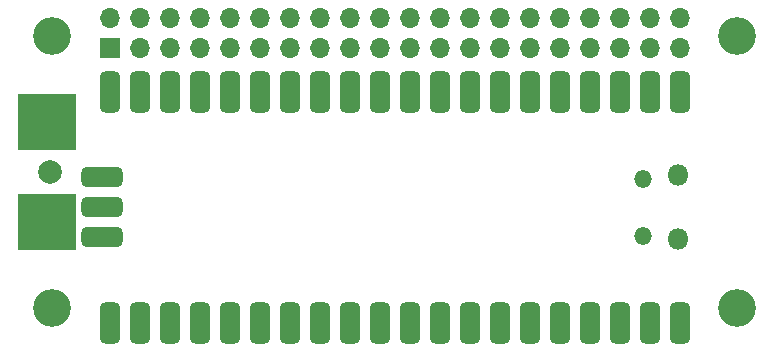
<source format=gbr>
%TF.GenerationSoftware,KiCad,Pcbnew,8.0.2*%
%TF.CreationDate,2024-05-24T16:47:28+07:00*%
%TF.ProjectId,ADC_pHAT,4144435f-7048-4415-942e-6b696361645f,rev?*%
%TF.SameCoordinates,PX5cbead0PY5705d50*%
%TF.FileFunction,Soldermask,Bot*%
%TF.FilePolarity,Negative*%
%FSLAX46Y46*%
G04 Gerber Fmt 4.6, Leading zero omitted, Abs format (unit mm)*
G04 Created by KiCad (PCBNEW 8.0.2) date 2024-05-24 16:47:28*
%MOMM*%
%LPD*%
G01*
G04 APERTURE LIST*
G04 Aperture macros list*
%AMRoundRect*
0 Rectangle with rounded corners*
0 $1 Rounding radius*
0 $2 $3 $4 $5 $6 $7 $8 $9 X,Y pos of 4 corners*
0 Add a 4 corners polygon primitive as box body*
4,1,4,$2,$3,$4,$5,$6,$7,$8,$9,$2,$3,0*
0 Add four circle primitives for the rounded corners*
1,1,$1+$1,$2,$3*
1,1,$1+$1,$4,$5*
1,1,$1+$1,$6,$7*
1,1,$1+$1,$8,$9*
0 Add four rect primitives between the rounded corners*
20,1,$1+$1,$2,$3,$4,$5,0*
20,1,$1+$1,$4,$5,$6,$7,0*
20,1,$1+$1,$6,$7,$8,$9,0*
20,1,$1+$1,$8,$9,$2,$3,0*%
G04 Aperture macros list end*
%ADD10C,3.200000*%
%ADD11C,2.000000*%
%ADD12R,4.900000X4.800000*%
%ADD13R,1.700000X1.700000*%
%ADD14O,1.700000X1.700000*%
%ADD15O,1.800000X1.800000*%
%ADD16O,1.500000X1.500000*%
%ADD17RoundRect,0.425000X0.425000X-1.325000X0.425000X1.325000X-0.425000X1.325000X-0.425000X-1.325000X0*%
%ADD18RoundRect,0.425000X-1.325000X-0.425000X1.325000X-0.425000X1.325000X0.425000X-1.325000X0.425000X0*%
G04 APERTURE END LIST*
D10*
%TO.C,REF\u002A\u002A*%
X61500000Y3500000D03*
%TD*%
D11*
%TO.C,REF\u002A\u002A*%
X3300000Y15000000D03*
%TD*%
D10*
%TO.C,REF\u002A\u002A*%
X3500000Y3500000D03*
%TD*%
%TO.C,REF\u002A\u002A*%
X61500000Y26500000D03*
%TD*%
%TO.C,REF\u002A\u002A*%
X3500000Y26500000D03*
%TD*%
D12*
%TO.C,J1*%
X3075000Y19250000D03*
X3075000Y10750000D03*
%TD*%
D13*
%TO.C,J2*%
X8400000Y25460000D03*
D14*
X8400000Y28000000D03*
X10940000Y25460000D03*
X10940000Y28000000D03*
X13480000Y25460000D03*
X13480000Y28000000D03*
X16020000Y25460000D03*
X16020000Y28000000D03*
X18560000Y25460000D03*
X18560000Y28000000D03*
X21100000Y25460000D03*
X21100000Y28000000D03*
X23640000Y25460000D03*
X23640000Y28000000D03*
X26180000Y25460000D03*
X26180000Y28000000D03*
X28720000Y25460000D03*
X28720000Y28000000D03*
X31260000Y25460000D03*
X31260000Y28000000D03*
X33800000Y25460000D03*
X33800000Y28000000D03*
X36340000Y25460000D03*
X36340000Y28000000D03*
X38880000Y25460000D03*
X38880000Y28000000D03*
X41420000Y25460000D03*
X41420000Y28000000D03*
X43960000Y25460000D03*
X43960000Y28000000D03*
X46500000Y25460000D03*
X46500000Y28000000D03*
X49040000Y25460000D03*
X49040000Y28000000D03*
X51580000Y25460000D03*
X51580000Y28000000D03*
X54120000Y25460000D03*
X54120000Y28000000D03*
X56660000Y25460000D03*
X56660000Y28000000D03*
%TD*%
D15*
%TO.C,U1*%
X56500000Y9275000D03*
D16*
X53470000Y9575000D03*
X53470000Y14425000D03*
D15*
X56500000Y14725000D03*
D17*
X56630000Y2210000D03*
X54090000Y2210000D03*
X51550000Y2210000D03*
X49010000Y2210000D03*
X46470000Y2210000D03*
X43930000Y2210000D03*
X41390000Y2210000D03*
X38850000Y2210000D03*
X36310000Y2210000D03*
X33770000Y2210000D03*
X31230000Y2210000D03*
X28690000Y2210000D03*
X26150000Y2210000D03*
X23610000Y2210000D03*
X21070000Y2210000D03*
X18530000Y2210000D03*
X15990000Y2210000D03*
X13450000Y2210000D03*
X10910000Y2210000D03*
X8370000Y2210000D03*
X8370000Y21790000D03*
X10910000Y21790000D03*
X13450000Y21790000D03*
X15990000Y21790000D03*
X18530000Y21790000D03*
X21070000Y21790000D03*
X23610000Y21790000D03*
X26150000Y21790000D03*
X28690000Y21790000D03*
X31230000Y21790000D03*
X33770000Y21790000D03*
X36310000Y21790000D03*
X38850000Y21790000D03*
X41390000Y21790000D03*
X43930000Y21790000D03*
X46470000Y21790000D03*
X49010000Y21790000D03*
X51550000Y21790000D03*
X54090000Y21790000D03*
X56630000Y21790000D03*
D18*
X7700000Y9460000D03*
X7700000Y12000000D03*
X7700000Y14540000D03*
%TD*%
M02*

</source>
